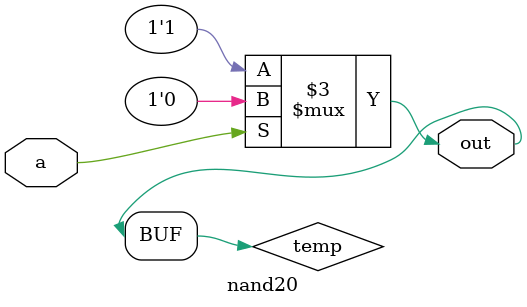
<source format=v>
module nand20 (
    input wire a,
    output wire out
);

    reg temp;
    always @(*) begin
        temp = (a & a) ? 1'b0 : 1'b1;
    end
    
    assign out = temp;
    
endmodule

</source>
